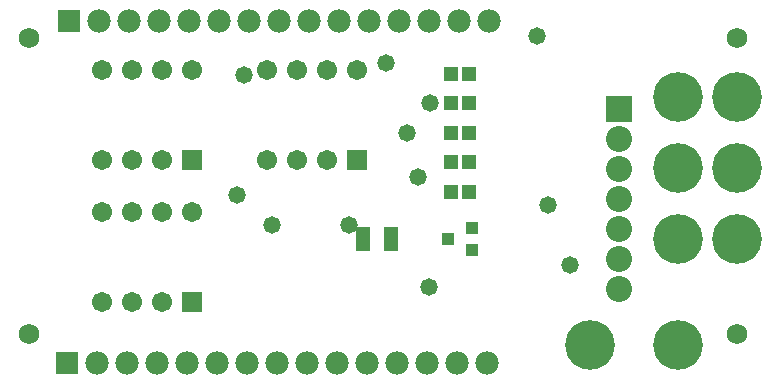
<source format=gbs>
G04 Layer_Color=8150272*
%FSLAX24Y24*%
%MOIN*%
G70*
G01*
G75*
%ADD28R,0.0780X0.0780*%
%ADD29C,0.0780*%
%ADD30C,0.0680*%
%ADD31C,0.1655*%
%ADD32C,0.0867*%
%ADD33R,0.0867X0.0867*%
%ADD34R,0.0671X0.0671*%
%ADD35C,0.0671*%
%ADD36C,0.0580*%
%ADD37R,0.0493X0.0474*%
%ADD38R,0.0434X0.0395*%
%ADD39R,0.0513X0.0277*%
D28*
X13165Y24213D02*
D03*
X13079Y12795D02*
D03*
D29*
X14165Y24213D02*
D03*
X15165D02*
D03*
X16165D02*
D03*
X17165D02*
D03*
X18165D02*
D03*
X19165D02*
D03*
X20165D02*
D03*
X21165D02*
D03*
X22165D02*
D03*
X23165D02*
D03*
X24165D02*
D03*
X25165D02*
D03*
X26165D02*
D03*
X27165D02*
D03*
X14079Y12795D02*
D03*
X15079D02*
D03*
X16079D02*
D03*
X17079D02*
D03*
X18079D02*
D03*
X19079D02*
D03*
X20079D02*
D03*
X21079D02*
D03*
X22079D02*
D03*
X23079D02*
D03*
X24079D02*
D03*
X25079D02*
D03*
X26079D02*
D03*
X27079D02*
D03*
D30*
X11811Y23622D02*
D03*
Y13780D02*
D03*
X35433D02*
D03*
Y23622D02*
D03*
D31*
Y16929D02*
D03*
X33465D02*
D03*
X35433Y21654D02*
D03*
X33465D02*
D03*
X35433Y19291D02*
D03*
X33465D02*
D03*
X30512Y13386D02*
D03*
X33465D02*
D03*
D32*
X31496Y15260D02*
D03*
Y16260D02*
D03*
Y17260D02*
D03*
Y18260D02*
D03*
Y19260D02*
D03*
Y20260D02*
D03*
D33*
Y21260D02*
D03*
D34*
X17248Y19563D02*
D03*
X22760D02*
D03*
X17248Y14839D02*
D03*
D35*
X16248Y19563D02*
D03*
X15248D02*
D03*
X14248D02*
D03*
X17248Y22563D02*
D03*
X16248D02*
D03*
X15248D02*
D03*
X14248D02*
D03*
X21760Y19563D02*
D03*
X20760D02*
D03*
X19760D02*
D03*
X22760Y22563D02*
D03*
X21760D02*
D03*
X20760D02*
D03*
X19760D02*
D03*
X16248Y14839D02*
D03*
X15248D02*
D03*
X14248D02*
D03*
X17248Y17839D02*
D03*
X16248D02*
D03*
X15248D02*
D03*
X14248D02*
D03*
D36*
X28758Y23710D02*
D03*
X25140Y15320D02*
D03*
X29840Y16060D02*
D03*
X22480Y17410D02*
D03*
X23720Y22790D02*
D03*
X25179Y21457D02*
D03*
X18740Y18390D02*
D03*
X19920Y17390D02*
D03*
X24422Y20472D02*
D03*
X29120Y18080D02*
D03*
X18980Y22398D02*
D03*
X24780Y19000D02*
D03*
D37*
X25886Y22441D02*
D03*
X26476D02*
D03*
X25886Y21457D02*
D03*
X26476D02*
D03*
X25886Y20472D02*
D03*
X26476D02*
D03*
X25886Y19488D02*
D03*
X26476D02*
D03*
X25886Y18504D02*
D03*
X26476D02*
D03*
D38*
X25787Y16929D02*
D03*
X26575Y16555D02*
D03*
Y17303D02*
D03*
D39*
X22953Y17185D02*
D03*
Y16929D02*
D03*
Y16673D02*
D03*
X23898D02*
D03*
Y16929D02*
D03*
Y17185D02*
D03*
M02*

</source>
